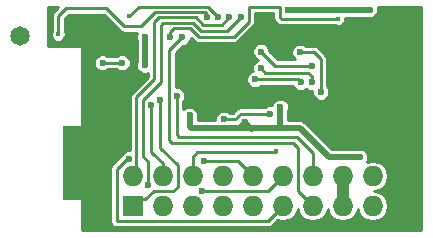
<source format=gbr>
G04 #@! TF.FileFunction,Copper,L2,Bot,Signal*
%FSLAX46Y46*%
G04 Gerber Fmt 4.6, Leading zero omitted, Abs format (unit mm)*
G04 Created by KiCad (PCBNEW 4.0.6-e0-6349~53~ubuntu16.04.1) date Sun Jul  2 22:52:24 2017*
%MOMM*%
%LPD*%
G01*
G04 APERTURE LIST*
%ADD10C,0.100000*%
%ADD11R,1.727200X1.727200*%
%ADD12O,1.727200X1.727200*%
%ADD13C,0.381000*%
%ADD14C,1.651000*%
%ADD15R,1.524000X6.350000*%
%ADD16R,1.524000X9.779000*%
%ADD17C,0.600000*%
%ADD18C,0.500000*%
%ADD19C,0.250000*%
%ADD20C,1.000000*%
%ADD21C,0.400000*%
%ADD22C,0.254000*%
G04 APERTURE END LIST*
D10*
D11*
X120586500Y-84645500D03*
D12*
X120586500Y-82105500D03*
X123126500Y-84645500D03*
X123126500Y-82105500D03*
X125666500Y-84645500D03*
X125666500Y-82105500D03*
X128206500Y-84645500D03*
X128206500Y-82105500D03*
X130746500Y-84645500D03*
X130746500Y-82105500D03*
X133286500Y-84645500D03*
X133286500Y-82105500D03*
X135826500Y-84645500D03*
X135826500Y-82105500D03*
X138366500Y-84645500D03*
X138366500Y-82105500D03*
X140906500Y-84645500D03*
X140906500Y-82105500D03*
X143446500Y-84645500D03*
X143446500Y-82105500D03*
D13*
X140017500Y-77914500D03*
X140779500Y-77914500D03*
X140017500Y-78676500D03*
X140779500Y-78676500D03*
X140017500Y-79438500D03*
X140779500Y-79438500D03*
X126174500Y-71818500D03*
X126936500Y-71818500D03*
X127698500Y-71818500D03*
X128460500Y-71818500D03*
X126174500Y-72580500D03*
X126174500Y-73342500D03*
X126174500Y-74104500D03*
X126936500Y-72580500D03*
X127698500Y-72580500D03*
X128460500Y-72580500D03*
X126936500Y-73342500D03*
X127698500Y-73342500D03*
X128460500Y-73342500D03*
X126936500Y-74104500D03*
X127698500Y-74104500D03*
X128460500Y-74104500D03*
X142748000Y-76644500D03*
D14*
X111061500Y-70231000D03*
D13*
X117348000Y-75450700D03*
X116586000Y-78955900D03*
X116586000Y-79717900D03*
X116586000Y-80479900D03*
X116586000Y-81241900D03*
X116586000Y-82003900D03*
X116586000Y-82765900D03*
X116586000Y-83527900D03*
X116586000Y-74803000D03*
X116586000Y-75463400D03*
X116586000Y-78168500D03*
X117348000Y-77406500D03*
X116586000Y-77406500D03*
X115189000Y-83375500D03*
D15*
X115443000Y-80962500D03*
D16*
X116967000Y-79248000D03*
D13*
X116967000Y-85217000D03*
X120269000Y-68580000D03*
X114300000Y-70104000D03*
X118364000Y-70294500D03*
X140335000Y-70294500D03*
X142938500Y-72136000D03*
X136906000Y-76835000D03*
X137985500Y-68770500D03*
X132715000Y-80010000D03*
D17*
X121602500Y-72707500D03*
X121602500Y-70358000D03*
X133096000Y-76263500D03*
X130111500Y-77533500D03*
X139827000Y-80518000D03*
X125412500Y-76962000D03*
X133731000Y-68008500D03*
X140652500Y-68008500D03*
X127825500Y-68643500D03*
X126873000Y-68643500D03*
X122936000Y-75692000D03*
X128778000Y-68643500D03*
X121856500Y-82867500D03*
X129730500Y-68643500D03*
X122174000Y-76073000D03*
X126619000Y-80835500D03*
X120269000Y-80645000D03*
X126492000Y-83375500D03*
X124777500Y-70358000D03*
X124333000Y-75311000D03*
X118046500Y-72517000D03*
X119697500Y-72517000D03*
X136525000Y-74993500D03*
X134747000Y-71628000D03*
X128333500Y-77279500D03*
X132207000Y-76835000D03*
X123761500Y-70358000D03*
X130937000Y-73914000D03*
X134810500Y-74168000D03*
X131445000Y-72961500D03*
X135763000Y-74168000D03*
X135763000Y-72771000D03*
X131445000Y-71564500D03*
D18*
X118173500Y-86614000D02*
X116459000Y-86614000D01*
D19*
X116967000Y-85153500D02*
X116967000Y-79248000D01*
D18*
X117030500Y-86360000D02*
X116967000Y-86296500D01*
X116967000Y-86296500D02*
X116967000Y-79248000D01*
D19*
X117157500Y-86487000D02*
X117284500Y-86614000D01*
D18*
X142557500Y-86614000D02*
X144716500Y-86614000D01*
D19*
X116586000Y-81241900D02*
X115722400Y-81241900D01*
X115722400Y-81241900D02*
X115443000Y-80962500D01*
D18*
X117919500Y-86614000D02*
X117856000Y-86614000D01*
X117856000Y-86614000D02*
X117411500Y-86169500D01*
X117411500Y-86169500D02*
X117411500Y-79692500D01*
X117411500Y-79692500D02*
X116967000Y-79248000D01*
D19*
X117030500Y-86487000D02*
X117030500Y-86360000D01*
D18*
X142557500Y-86614000D02*
X118173500Y-86614000D01*
X118173500Y-86614000D02*
X117919500Y-86614000D01*
X117919500Y-86614000D02*
X117284500Y-86614000D01*
X117284500Y-86614000D02*
X117030500Y-86360000D01*
X143446500Y-84645500D02*
X143446500Y-85725000D01*
X143446500Y-85725000D02*
X142557500Y-86614000D01*
D20*
X138366500Y-84645500D02*
X138366500Y-84010500D01*
X138366500Y-84010500D02*
X138366500Y-82105500D01*
D21*
X130111500Y-77533500D02*
X130619500Y-78041500D01*
D18*
X121602500Y-70358000D02*
X121602500Y-72707500D01*
D21*
X130111500Y-77533500D02*
X130048000Y-77533500D01*
X130048000Y-77533500D02*
X129540000Y-78041500D01*
X130619500Y-78041500D02*
X130619500Y-78105000D01*
X130619500Y-78105000D02*
X130619500Y-78041500D01*
D19*
X130111500Y-77533500D02*
X130111500Y-78041500D01*
D18*
X133096000Y-78041500D02*
X133096000Y-77787500D01*
X133096000Y-76263500D02*
X133096000Y-78041500D01*
D19*
X130111500Y-78041500D02*
X130111500Y-77787500D01*
D18*
X132207000Y-78041500D02*
X132969000Y-78041500D01*
X134747000Y-78041500D02*
X137223500Y-80518000D01*
X137223500Y-80518000D02*
X137541000Y-80518000D01*
X137541000Y-80518000D02*
X139827000Y-80518000D01*
X133413500Y-78041500D02*
X134747000Y-78041500D01*
X132969000Y-78041500D02*
X133413500Y-78041500D01*
X130619500Y-78041500D02*
X132207000Y-78041500D01*
X129984500Y-78041500D02*
X130619500Y-78041500D01*
X129540000Y-78041500D02*
X129984500Y-78041500D01*
X125412500Y-76962000D02*
X125412500Y-77914500D01*
X125412500Y-77914500D02*
X125539500Y-78041500D01*
X125539500Y-78041500D02*
X129540000Y-78041500D01*
X140652500Y-68008500D02*
X133731000Y-68008500D01*
D19*
X127825500Y-68643500D02*
X126936500Y-67754500D01*
X121094500Y-67754500D02*
X120269000Y-68580000D01*
X126936500Y-67754500D02*
X121094500Y-67754500D01*
X126682500Y-68204502D02*
X122485998Y-68204502D01*
X126682500Y-68204502D02*
X126873000Y-68395002D01*
X126873000Y-68395002D02*
X126873000Y-68643500D01*
X114300000Y-68516500D02*
X114300000Y-70104000D01*
X114935000Y-67881500D02*
X114300000Y-68516500D01*
X118364000Y-67881500D02*
X114935000Y-67881500D01*
X119888000Y-69405500D02*
X118364000Y-67881500D01*
X120967500Y-69405500D02*
X119888000Y-69405500D01*
X121285000Y-69405500D02*
X120967500Y-69405500D01*
X122485998Y-68204502D02*
X121285000Y-69405500D01*
X122936000Y-79692500D02*
X122936000Y-75692000D01*
X121158000Y-84074000D02*
X121666000Y-84074000D01*
X124015500Y-83375500D02*
X122364500Y-83375500D01*
X124015500Y-83375500D02*
X124396500Y-82994500D01*
X124396500Y-81153000D02*
X122936000Y-79692500D01*
X122364500Y-83375500D02*
X121666000Y-84074000D01*
X124396500Y-82994500D02*
X124396500Y-81153000D01*
X121158000Y-84074000D02*
X120586500Y-84645500D01*
X126555500Y-69278500D02*
X128143000Y-69278500D01*
X125931504Y-68654504D02*
X126555500Y-69278500D01*
X122428000Y-73787000D02*
X122428000Y-73914000D01*
X122797996Y-68654504D02*
X122428000Y-69024500D01*
X122428000Y-69024500D02*
X122428000Y-73787000D01*
X120904000Y-75438000D02*
X120904000Y-81788000D01*
X122428000Y-73914000D02*
X120904000Y-75438000D01*
X122797996Y-68654504D02*
X125931504Y-68654504D01*
X128143000Y-69278500D02*
X128778000Y-68643500D01*
X120904000Y-81788000D02*
X120586500Y-82105500D01*
X123190000Y-69151500D02*
X125730000Y-69151500D01*
X122999500Y-74168000D02*
X121475500Y-75692000D01*
X121475500Y-75692000D02*
X121475500Y-80454500D01*
X121475500Y-80454500D02*
X121856500Y-80835500D01*
X121856500Y-82867500D02*
X121856500Y-80835500D01*
X123190000Y-69151500D02*
X122999500Y-69342000D01*
X122999500Y-69342000D02*
X122999500Y-73088500D01*
X122999500Y-73088500D02*
X122999500Y-74168000D01*
X128587500Y-69786500D02*
X129730500Y-68643500D01*
X126365000Y-69786500D02*
X128587500Y-69786500D01*
X125730000Y-69151500D02*
X126365000Y-69786500D01*
X122174000Y-76073000D02*
X122174000Y-80073500D01*
X122174000Y-80073500D02*
X122301000Y-80200500D01*
X123126500Y-82105500D02*
X123126500Y-81026000D01*
X123126500Y-81026000D02*
X122301000Y-80200500D01*
X123126500Y-82105500D02*
X123126500Y-81534000D01*
X132651500Y-80073500D02*
X126047500Y-80073500D01*
X126015750Y-80105250D02*
X126047500Y-80073500D01*
X125666500Y-80454500D02*
X126015750Y-80105250D01*
X125666500Y-80454500D02*
X125666500Y-82105500D01*
X132651500Y-80073500D02*
X132715000Y-80010000D01*
X130746500Y-82105500D02*
X129476500Y-80835500D01*
X129476500Y-80835500D02*
X126619000Y-80835500D01*
X119253000Y-85915500D02*
X119253000Y-81470500D01*
X131889500Y-85915500D02*
X132016500Y-85915500D01*
X119253000Y-85915500D02*
X131889500Y-85915500D01*
X133286500Y-84645500D02*
X132016500Y-85915500D01*
X120078500Y-80645000D02*
X120269000Y-80645000D01*
X119253000Y-81470500D02*
X120078500Y-80645000D01*
X132016500Y-83375500D02*
X126492000Y-83375500D01*
X132016500Y-83375500D02*
X133286500Y-82105500D01*
X130746500Y-79311500D02*
X134175500Y-79311500D01*
X123698000Y-71437500D02*
X124777500Y-70358000D01*
X123698000Y-79057500D02*
X123698000Y-74866500D01*
X123952000Y-79311500D02*
X123698000Y-79057500D01*
X130746500Y-79311500D02*
X123952000Y-79311500D01*
X135826500Y-84645500D02*
X134556500Y-83375500D01*
X134556500Y-81343500D02*
X134556500Y-83375500D01*
X123698000Y-74866500D02*
X123698000Y-71437500D01*
X134556500Y-79692500D02*
X134556500Y-81343500D01*
X134175500Y-79311500D02*
X134556500Y-79692500D01*
X130429000Y-78803500D02*
X134493000Y-78803500D01*
X124333000Y-78613000D02*
X124333000Y-75311000D01*
X124523500Y-78803500D02*
X124333000Y-78613000D01*
X130429000Y-78803500D02*
X124523500Y-78803500D01*
X135826500Y-80137000D02*
X135826500Y-82105500D01*
X134493000Y-78803500D02*
X135826500Y-80137000D01*
X119697500Y-72517000D02*
X118046500Y-72517000D01*
X136525000Y-72199500D02*
X136525000Y-74993500D01*
X135953500Y-71628000D02*
X136525000Y-72199500D01*
X134747000Y-71628000D02*
X135953500Y-71628000D01*
X128333500Y-77279500D02*
X129286000Y-77279500D01*
X129286000Y-77279500D02*
X129730500Y-76835000D01*
X129730500Y-76835000D02*
X132207000Y-76835000D01*
X129032000Y-70294500D02*
X129159000Y-70294500D01*
X124073498Y-69601502D02*
X125481502Y-69601502D01*
X123761500Y-70358000D02*
X123761500Y-69913500D01*
X123761500Y-69913500D02*
X124073498Y-69601502D01*
X126174500Y-70294500D02*
X129032000Y-70294500D01*
X125481502Y-69601502D02*
X126174500Y-70294500D01*
X133159500Y-68770500D02*
X137985500Y-68770500D01*
X133032500Y-68643500D02*
X133159500Y-68770500D01*
X133032500Y-67818000D02*
X133032500Y-68643500D01*
X132969000Y-67754500D02*
X133032500Y-67818000D01*
X130492500Y-67754500D02*
X132969000Y-67754500D01*
X130429000Y-67818000D02*
X130492500Y-67754500D01*
X130429000Y-69024500D02*
X130429000Y-67818000D01*
X129159000Y-70294500D02*
X130429000Y-69024500D01*
X130937000Y-73914000D02*
X134556500Y-73914000D01*
X134556500Y-73914000D02*
X134810500Y-74168000D01*
X131445000Y-72961500D02*
X131826000Y-73342500D01*
X135763000Y-73660000D02*
X135763000Y-74168000D01*
X135445500Y-73342500D02*
X135763000Y-73660000D01*
X131826000Y-73342500D02*
X135445500Y-73342500D01*
X132651500Y-72771000D02*
X135763000Y-72771000D01*
X131445000Y-71564500D02*
X132651500Y-72771000D01*
D22*
G36*
X113909677Y-68126177D02*
X113790018Y-68305258D01*
X113748394Y-68514518D01*
X113748000Y-68516500D01*
X113748000Y-69823149D01*
X113682607Y-69980633D01*
X113682393Y-70226290D01*
X113776203Y-70453329D01*
X113949757Y-70627186D01*
X114176633Y-70721393D01*
X114422290Y-70721607D01*
X114649329Y-70627797D01*
X114823186Y-70454243D01*
X114917393Y-70227367D01*
X114917607Y-69981710D01*
X114852000Y-69822928D01*
X114852000Y-68745146D01*
X115163646Y-68433500D01*
X118135354Y-68433500D01*
X119497677Y-69795823D01*
X119676759Y-69915482D01*
X119888000Y-69957500D01*
X120981618Y-69957500D01*
X120875626Y-70212756D01*
X120875374Y-70501975D01*
X120925500Y-70623289D01*
X120925500Y-72442147D01*
X120875626Y-72562256D01*
X120875374Y-72851475D01*
X120985820Y-73118775D01*
X121190150Y-73323461D01*
X121457256Y-73434374D01*
X121746475Y-73434626D01*
X121876000Y-73381107D01*
X121876000Y-73685354D01*
X120513677Y-75047677D01*
X120394018Y-75226758D01*
X120370325Y-75345874D01*
X120352000Y-75438000D01*
X120352000Y-79918072D01*
X120125025Y-79917874D01*
X119857725Y-80028320D01*
X119653039Y-80232650D01*
X119612446Y-80330408D01*
X118862677Y-81080177D01*
X118743018Y-81259258D01*
X118715485Y-81397677D01*
X118701000Y-81470500D01*
X118701000Y-85915500D01*
X118743018Y-86126741D01*
X118862677Y-86305823D01*
X119041759Y-86425482D01*
X119253000Y-86467500D01*
X132016500Y-86467500D01*
X132227742Y-86425482D01*
X132406823Y-86305823D01*
X132856958Y-85855688D01*
X133261216Y-85936100D01*
X133311784Y-85936100D01*
X133805675Y-85837859D01*
X134224376Y-85558092D01*
X134504143Y-85139391D01*
X134556500Y-84876175D01*
X134608857Y-85139391D01*
X134888624Y-85558092D01*
X135307325Y-85837859D01*
X135801216Y-85936100D01*
X135851784Y-85936100D01*
X136345675Y-85837859D01*
X136764376Y-85558092D01*
X137044143Y-85139391D01*
X137096500Y-84876175D01*
X137148857Y-85139391D01*
X137428624Y-85558092D01*
X137847325Y-85837859D01*
X138341216Y-85936100D01*
X138391784Y-85936100D01*
X138885675Y-85837859D01*
X139304376Y-85558092D01*
X139584143Y-85139391D01*
X139636500Y-84876175D01*
X139688857Y-85139391D01*
X139968624Y-85558092D01*
X140387325Y-85837859D01*
X140881216Y-85936100D01*
X140931784Y-85936100D01*
X141425675Y-85837859D01*
X141844376Y-85558092D01*
X142124143Y-85139391D01*
X142222384Y-84645500D01*
X142124143Y-84151609D01*
X141844376Y-83732908D01*
X141425675Y-83453141D01*
X141035347Y-83375500D01*
X141425675Y-83297859D01*
X141844376Y-83018092D01*
X142124143Y-82599391D01*
X142222384Y-82105500D01*
X142124143Y-81611609D01*
X141844376Y-81192908D01*
X141425675Y-80913141D01*
X140931784Y-80814900D01*
X140881216Y-80814900D01*
X140455759Y-80899529D01*
X140553874Y-80663244D01*
X140554126Y-80374025D01*
X140443680Y-80106725D01*
X140239350Y-79902039D01*
X139972244Y-79791126D01*
X139683025Y-79790874D01*
X139561711Y-79841000D01*
X137503922Y-79841000D01*
X135225711Y-77562789D01*
X135117885Y-77490742D01*
X135006077Y-77416034D01*
X134747000Y-77364500D01*
X133773000Y-77364500D01*
X133773000Y-76528853D01*
X133822874Y-76408744D01*
X133823126Y-76119525D01*
X133712680Y-75852225D01*
X133508350Y-75647539D01*
X133241244Y-75536626D01*
X132952025Y-75536374D01*
X132684725Y-75646820D01*
X132480039Y-75851150D01*
X132370231Y-76115595D01*
X132352244Y-76108126D01*
X132063025Y-76107874D01*
X131795725Y-76218320D01*
X131730932Y-76283000D01*
X129730500Y-76283000D01*
X129519258Y-76325018D01*
X129340177Y-76444677D01*
X129057354Y-76727500D01*
X128809700Y-76727500D01*
X128745850Y-76663539D01*
X128478744Y-76552626D01*
X128189525Y-76552374D01*
X127922225Y-76662820D01*
X127717539Y-76867150D01*
X127606626Y-77134256D01*
X127606425Y-77364500D01*
X126089500Y-77364500D01*
X126089500Y-77227353D01*
X126139374Y-77107244D01*
X126139626Y-76818025D01*
X126029180Y-76550725D01*
X125824850Y-76346039D01*
X125557744Y-76235126D01*
X125268525Y-76234874D01*
X125001225Y-76345320D01*
X124885000Y-76461343D01*
X124885000Y-75787200D01*
X124948961Y-75723350D01*
X125059874Y-75456244D01*
X125060126Y-75167025D01*
X124949680Y-74899725D01*
X124745350Y-74695039D01*
X124478244Y-74584126D01*
X124250000Y-74583927D01*
X124250000Y-74057975D01*
X130209874Y-74057975D01*
X130320320Y-74325275D01*
X130524650Y-74529961D01*
X130791756Y-74640874D01*
X131080975Y-74641126D01*
X131348275Y-74530680D01*
X131413068Y-74466000D01*
X134147016Y-74466000D01*
X134193820Y-74579275D01*
X134398150Y-74783961D01*
X134665256Y-74894874D01*
X134954475Y-74895126D01*
X135221775Y-74784680D01*
X135286684Y-74719884D01*
X135350650Y-74783961D01*
X135617756Y-74894874D01*
X135798085Y-74895031D01*
X135797874Y-75137475D01*
X135908320Y-75404775D01*
X136112650Y-75609461D01*
X136379756Y-75720374D01*
X136668975Y-75720626D01*
X136936275Y-75610180D01*
X137140961Y-75405850D01*
X137251874Y-75138744D01*
X137252126Y-74849525D01*
X137141680Y-74582225D01*
X137077000Y-74517432D01*
X137077000Y-72199500D01*
X137058133Y-72104650D01*
X137034982Y-71988258D01*
X136915323Y-71809177D01*
X136343823Y-71237677D01*
X136164742Y-71118018D01*
X135953500Y-71076000D01*
X135223200Y-71076000D01*
X135159350Y-71012039D01*
X134892244Y-70901126D01*
X134603025Y-70900874D01*
X134335725Y-71011320D01*
X134131039Y-71215650D01*
X134020126Y-71482756D01*
X134019874Y-71771975D01*
X134130320Y-72039275D01*
X134309732Y-72219000D01*
X132880146Y-72219000D01*
X132172047Y-71510901D01*
X132172126Y-71420525D01*
X132061680Y-71153225D01*
X131857350Y-70948539D01*
X131590244Y-70837626D01*
X131301025Y-70837374D01*
X131033725Y-70947820D01*
X130829039Y-71152150D01*
X130718126Y-71419256D01*
X130717874Y-71708475D01*
X130828320Y-71975775D01*
X131032650Y-72180461D01*
X131231584Y-72263066D01*
X131033725Y-72344820D01*
X130829039Y-72549150D01*
X130718126Y-72816256D01*
X130717874Y-73105475D01*
X130757562Y-73201527D01*
X130525725Y-73297320D01*
X130321039Y-73501650D01*
X130210126Y-73768756D01*
X130209874Y-74057975D01*
X124250000Y-74057975D01*
X124250000Y-71666146D01*
X124831099Y-71085047D01*
X124921475Y-71085126D01*
X125188775Y-70974680D01*
X125393461Y-70770350D01*
X125504374Y-70503244D01*
X125504460Y-70405106D01*
X125784177Y-70684823D01*
X125963258Y-70804482D01*
X126174500Y-70846500D01*
X129159000Y-70846500D01*
X129370242Y-70804482D01*
X129549323Y-70684823D01*
X130819323Y-69414823D01*
X130938982Y-69235742D01*
X130981000Y-69024500D01*
X130981000Y-68306500D01*
X132480500Y-68306500D01*
X132480500Y-68643500D01*
X132522518Y-68854742D01*
X132642177Y-69033823D01*
X132769177Y-69160823D01*
X132948258Y-69280482D01*
X133159500Y-69322500D01*
X137704649Y-69322500D01*
X137862133Y-69387893D01*
X138107790Y-69388107D01*
X138334829Y-69294297D01*
X138508686Y-69120743D01*
X138602893Y-68893867D01*
X138603075Y-68685500D01*
X140387147Y-68685500D01*
X140507256Y-68735374D01*
X140796475Y-68735626D01*
X141063775Y-68625180D01*
X141268461Y-68420850D01*
X141379374Y-68153744D01*
X141379626Y-67864525D01*
X141347593Y-67787000D01*
X145001500Y-67787000D01*
X145001500Y-86708500D01*
X116332000Y-86708500D01*
X116332000Y-72660975D01*
X117319374Y-72660975D01*
X117429820Y-72928275D01*
X117634150Y-73132961D01*
X117901256Y-73243874D01*
X118190475Y-73244126D01*
X118457775Y-73133680D01*
X118522568Y-73069000D01*
X119221300Y-73069000D01*
X119285150Y-73132961D01*
X119552256Y-73243874D01*
X119841475Y-73244126D01*
X120108775Y-73133680D01*
X120313461Y-72929350D01*
X120424374Y-72662244D01*
X120424626Y-72373025D01*
X120314180Y-72105725D01*
X120109850Y-71901039D01*
X119842744Y-71790126D01*
X119553525Y-71789874D01*
X119286225Y-71900320D01*
X119221432Y-71965000D01*
X118522700Y-71965000D01*
X118458850Y-71901039D01*
X118191744Y-71790126D01*
X117902525Y-71789874D01*
X117635225Y-71900320D01*
X117430539Y-72104650D01*
X117319626Y-72371756D01*
X117319374Y-72660975D01*
X116332000Y-72660975D01*
X116332000Y-71183500D01*
X116321994Y-71134090D01*
X116293553Y-71092465D01*
X116251159Y-71065185D01*
X116205000Y-71056500D01*
X113411000Y-71056500D01*
X113411000Y-67787000D01*
X114248854Y-67787000D01*
X113909677Y-68126177D01*
X113909677Y-68126177D01*
G37*
X113909677Y-68126177D02*
X113790018Y-68305258D01*
X113748394Y-68514518D01*
X113748000Y-68516500D01*
X113748000Y-69823149D01*
X113682607Y-69980633D01*
X113682393Y-70226290D01*
X113776203Y-70453329D01*
X113949757Y-70627186D01*
X114176633Y-70721393D01*
X114422290Y-70721607D01*
X114649329Y-70627797D01*
X114823186Y-70454243D01*
X114917393Y-70227367D01*
X114917607Y-69981710D01*
X114852000Y-69822928D01*
X114852000Y-68745146D01*
X115163646Y-68433500D01*
X118135354Y-68433500D01*
X119497677Y-69795823D01*
X119676759Y-69915482D01*
X119888000Y-69957500D01*
X120981618Y-69957500D01*
X120875626Y-70212756D01*
X120875374Y-70501975D01*
X120925500Y-70623289D01*
X120925500Y-72442147D01*
X120875626Y-72562256D01*
X120875374Y-72851475D01*
X120985820Y-73118775D01*
X121190150Y-73323461D01*
X121457256Y-73434374D01*
X121746475Y-73434626D01*
X121876000Y-73381107D01*
X121876000Y-73685354D01*
X120513677Y-75047677D01*
X120394018Y-75226758D01*
X120370325Y-75345874D01*
X120352000Y-75438000D01*
X120352000Y-79918072D01*
X120125025Y-79917874D01*
X119857725Y-80028320D01*
X119653039Y-80232650D01*
X119612446Y-80330408D01*
X118862677Y-81080177D01*
X118743018Y-81259258D01*
X118715485Y-81397677D01*
X118701000Y-81470500D01*
X118701000Y-85915500D01*
X118743018Y-86126741D01*
X118862677Y-86305823D01*
X119041759Y-86425482D01*
X119253000Y-86467500D01*
X132016500Y-86467500D01*
X132227742Y-86425482D01*
X132406823Y-86305823D01*
X132856958Y-85855688D01*
X133261216Y-85936100D01*
X133311784Y-85936100D01*
X133805675Y-85837859D01*
X134224376Y-85558092D01*
X134504143Y-85139391D01*
X134556500Y-84876175D01*
X134608857Y-85139391D01*
X134888624Y-85558092D01*
X135307325Y-85837859D01*
X135801216Y-85936100D01*
X135851784Y-85936100D01*
X136345675Y-85837859D01*
X136764376Y-85558092D01*
X137044143Y-85139391D01*
X137096500Y-84876175D01*
X137148857Y-85139391D01*
X137428624Y-85558092D01*
X137847325Y-85837859D01*
X138341216Y-85936100D01*
X138391784Y-85936100D01*
X138885675Y-85837859D01*
X139304376Y-85558092D01*
X139584143Y-85139391D01*
X139636500Y-84876175D01*
X139688857Y-85139391D01*
X139968624Y-85558092D01*
X140387325Y-85837859D01*
X140881216Y-85936100D01*
X140931784Y-85936100D01*
X141425675Y-85837859D01*
X141844376Y-85558092D01*
X142124143Y-85139391D01*
X142222384Y-84645500D01*
X142124143Y-84151609D01*
X141844376Y-83732908D01*
X141425675Y-83453141D01*
X141035347Y-83375500D01*
X141425675Y-83297859D01*
X141844376Y-83018092D01*
X142124143Y-82599391D01*
X142222384Y-82105500D01*
X142124143Y-81611609D01*
X141844376Y-81192908D01*
X141425675Y-80913141D01*
X140931784Y-80814900D01*
X140881216Y-80814900D01*
X140455759Y-80899529D01*
X140553874Y-80663244D01*
X140554126Y-80374025D01*
X140443680Y-80106725D01*
X140239350Y-79902039D01*
X139972244Y-79791126D01*
X139683025Y-79790874D01*
X139561711Y-79841000D01*
X137503922Y-79841000D01*
X135225711Y-77562789D01*
X135117885Y-77490742D01*
X135006077Y-77416034D01*
X134747000Y-77364500D01*
X133773000Y-77364500D01*
X133773000Y-76528853D01*
X133822874Y-76408744D01*
X133823126Y-76119525D01*
X133712680Y-75852225D01*
X133508350Y-75647539D01*
X133241244Y-75536626D01*
X132952025Y-75536374D01*
X132684725Y-75646820D01*
X132480039Y-75851150D01*
X132370231Y-76115595D01*
X132352244Y-76108126D01*
X132063025Y-76107874D01*
X131795725Y-76218320D01*
X131730932Y-76283000D01*
X129730500Y-76283000D01*
X129519258Y-76325018D01*
X129340177Y-76444677D01*
X129057354Y-76727500D01*
X128809700Y-76727500D01*
X128745850Y-76663539D01*
X128478744Y-76552626D01*
X128189525Y-76552374D01*
X127922225Y-76662820D01*
X127717539Y-76867150D01*
X127606626Y-77134256D01*
X127606425Y-77364500D01*
X126089500Y-77364500D01*
X126089500Y-77227353D01*
X126139374Y-77107244D01*
X126139626Y-76818025D01*
X126029180Y-76550725D01*
X125824850Y-76346039D01*
X125557744Y-76235126D01*
X125268525Y-76234874D01*
X125001225Y-76345320D01*
X124885000Y-76461343D01*
X124885000Y-75787200D01*
X124948961Y-75723350D01*
X125059874Y-75456244D01*
X125060126Y-75167025D01*
X124949680Y-74899725D01*
X124745350Y-74695039D01*
X124478244Y-74584126D01*
X124250000Y-74583927D01*
X124250000Y-74057975D01*
X130209874Y-74057975D01*
X130320320Y-74325275D01*
X130524650Y-74529961D01*
X130791756Y-74640874D01*
X131080975Y-74641126D01*
X131348275Y-74530680D01*
X131413068Y-74466000D01*
X134147016Y-74466000D01*
X134193820Y-74579275D01*
X134398150Y-74783961D01*
X134665256Y-74894874D01*
X134954475Y-74895126D01*
X135221775Y-74784680D01*
X135286684Y-74719884D01*
X135350650Y-74783961D01*
X135617756Y-74894874D01*
X135798085Y-74895031D01*
X135797874Y-75137475D01*
X135908320Y-75404775D01*
X136112650Y-75609461D01*
X136379756Y-75720374D01*
X136668975Y-75720626D01*
X136936275Y-75610180D01*
X137140961Y-75405850D01*
X137251874Y-75138744D01*
X137252126Y-74849525D01*
X137141680Y-74582225D01*
X137077000Y-74517432D01*
X137077000Y-72199500D01*
X137058133Y-72104650D01*
X137034982Y-71988258D01*
X136915323Y-71809177D01*
X136343823Y-71237677D01*
X136164742Y-71118018D01*
X135953500Y-71076000D01*
X135223200Y-71076000D01*
X135159350Y-71012039D01*
X134892244Y-70901126D01*
X134603025Y-70900874D01*
X134335725Y-71011320D01*
X134131039Y-71215650D01*
X134020126Y-71482756D01*
X134019874Y-71771975D01*
X134130320Y-72039275D01*
X134309732Y-72219000D01*
X132880146Y-72219000D01*
X132172047Y-71510901D01*
X132172126Y-71420525D01*
X132061680Y-71153225D01*
X131857350Y-70948539D01*
X131590244Y-70837626D01*
X131301025Y-70837374D01*
X131033725Y-70947820D01*
X130829039Y-71152150D01*
X130718126Y-71419256D01*
X130717874Y-71708475D01*
X130828320Y-71975775D01*
X131032650Y-72180461D01*
X131231584Y-72263066D01*
X131033725Y-72344820D01*
X130829039Y-72549150D01*
X130718126Y-72816256D01*
X130717874Y-73105475D01*
X130757562Y-73201527D01*
X130525725Y-73297320D01*
X130321039Y-73501650D01*
X130210126Y-73768756D01*
X130209874Y-74057975D01*
X124250000Y-74057975D01*
X124250000Y-71666146D01*
X124831099Y-71085047D01*
X124921475Y-71085126D01*
X125188775Y-70974680D01*
X125393461Y-70770350D01*
X125504374Y-70503244D01*
X125504460Y-70405106D01*
X125784177Y-70684823D01*
X125963258Y-70804482D01*
X126174500Y-70846500D01*
X129159000Y-70846500D01*
X129370242Y-70804482D01*
X129549323Y-70684823D01*
X130819323Y-69414823D01*
X130938982Y-69235742D01*
X130981000Y-69024500D01*
X130981000Y-68306500D01*
X132480500Y-68306500D01*
X132480500Y-68643500D01*
X132522518Y-68854742D01*
X132642177Y-69033823D01*
X132769177Y-69160823D01*
X132948258Y-69280482D01*
X133159500Y-69322500D01*
X137704649Y-69322500D01*
X137862133Y-69387893D01*
X138107790Y-69388107D01*
X138334829Y-69294297D01*
X138508686Y-69120743D01*
X138602893Y-68893867D01*
X138603075Y-68685500D01*
X140387147Y-68685500D01*
X140507256Y-68735374D01*
X140796475Y-68735626D01*
X141063775Y-68625180D01*
X141268461Y-68420850D01*
X141379374Y-68153744D01*
X141379626Y-67864525D01*
X141347593Y-67787000D01*
X145001500Y-67787000D01*
X145001500Y-86708500D01*
X116332000Y-86708500D01*
X116332000Y-72660975D01*
X117319374Y-72660975D01*
X117429820Y-72928275D01*
X117634150Y-73132961D01*
X117901256Y-73243874D01*
X118190475Y-73244126D01*
X118457775Y-73133680D01*
X118522568Y-73069000D01*
X119221300Y-73069000D01*
X119285150Y-73132961D01*
X119552256Y-73243874D01*
X119841475Y-73244126D01*
X120108775Y-73133680D01*
X120313461Y-72929350D01*
X120424374Y-72662244D01*
X120424626Y-72373025D01*
X120314180Y-72105725D01*
X120109850Y-71901039D01*
X119842744Y-71790126D01*
X119553525Y-71789874D01*
X119286225Y-71900320D01*
X119221432Y-71965000D01*
X118522700Y-71965000D01*
X118458850Y-71901039D01*
X118191744Y-71790126D01*
X117902525Y-71789874D01*
X117635225Y-71900320D01*
X117430539Y-72104650D01*
X117319626Y-72371756D01*
X117319374Y-72660975D01*
X116332000Y-72660975D01*
X116332000Y-71183500D01*
X116321994Y-71134090D01*
X116293553Y-71092465D01*
X116251159Y-71065185D01*
X116205000Y-71056500D01*
X113411000Y-71056500D01*
X113411000Y-67787000D01*
X114248854Y-67787000D01*
X113909677Y-68126177D01*
M02*

</source>
